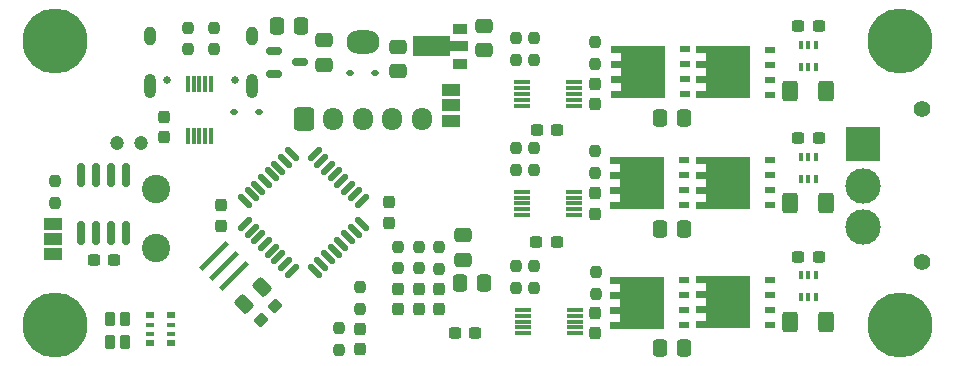
<source format=gbr>
%TF.GenerationSoftware,KiCad,Pcbnew,(7.0.0)*%
%TF.CreationDate,2023-06-11T18:09:50+09:00*%
%TF.ProjectId,rMDU,724d4455-2e6b-4696-9361-645f70636258,rev?*%
%TF.SameCoordinates,Original*%
%TF.FileFunction,Soldermask,Top*%
%TF.FilePolarity,Negative*%
%FSLAX46Y46*%
G04 Gerber Fmt 4.6, Leading zero omitted, Abs format (unit mm)*
G04 Created by KiCad (PCBNEW (7.0.0)) date 2023-06-11 18:09:50*
%MOMM*%
%LPD*%
G01*
G04 APERTURE LIST*
G04 Aperture macros list*
%AMRoundRect*
0 Rectangle with rounded corners*
0 $1 Rounding radius*
0 $2 $3 $4 $5 $6 $7 $8 $9 X,Y pos of 4 corners*
0 Add a 4 corners polygon primitive as box body*
4,1,4,$2,$3,$4,$5,$6,$7,$8,$9,$2,$3,0*
0 Add four circle primitives for the rounded corners*
1,1,$1+$1,$2,$3*
1,1,$1+$1,$4,$5*
1,1,$1+$1,$6,$7*
1,1,$1+$1,$8,$9*
0 Add four rect primitives between the rounded corners*
20,1,$1+$1,$2,$3,$4,$5,0*
20,1,$1+$1,$4,$5,$6,$7,0*
20,1,$1+$1,$6,$7,$8,$9,0*
20,1,$1+$1,$8,$9,$2,$3,0*%
%AMRotRect*
0 Rectangle, with rotation*
0 The origin of the aperture is its center*
0 $1 length*
0 $2 width*
0 $3 Rotation angle, in degrees counterclockwise*
0 Add horizontal line*
21,1,$1,$2,0,0,$3*%
%AMFreePoly0*
4,1,17,2.675000,1.605000,1.875000,1.605000,1.875000,0.935000,2.675000,0.935000,2.675000,0.335000,1.875000,0.335000,1.875000,-0.335000,2.675000,-0.335000,2.675000,-0.935000,1.875000,-0.935000,1.875000,-1.605000,2.675000,-1.605000,2.675000,-2.205000,-1.875000,-2.205000,-1.875000,2.205000,2.675000,2.205000,2.675000,1.605000,2.675000,1.605000,$1*%
%AMFreePoly1*
4,1,9,3.862500,-0.866500,0.737500,-0.866500,0.737500,-0.450000,-0.737500,-0.450000,-0.737500,0.450000,0.737500,0.450000,0.737500,0.866500,3.862500,0.866500,3.862500,-0.866500,3.862500,-0.866500,$1*%
G04 Aperture macros list end*
%ADD10RoundRect,0.237500X-0.237500X0.250000X-0.237500X-0.250000X0.237500X-0.250000X0.237500X0.250000X0*%
%ADD11RoundRect,0.237500X-0.237500X0.300000X-0.237500X-0.300000X0.237500X-0.300000X0.237500X0.300000X0*%
%ADD12RoundRect,0.250000X0.337500X0.475000X-0.337500X0.475000X-0.337500X-0.475000X0.337500X-0.475000X0*%
%ADD13RoundRect,0.237500X0.300000X0.237500X-0.300000X0.237500X-0.300000X-0.237500X0.300000X-0.237500X0*%
%ADD14R,0.400000X0.650000*%
%ADD15RoundRect,0.125000X-0.353553X-0.530330X0.530330X0.353553X0.353553X0.530330X-0.530330X-0.353553X0*%
%ADD16RoundRect,0.125000X0.353553X-0.530330X0.530330X-0.353553X-0.353553X0.530330X-0.530330X0.353553X0*%
%ADD17FreePoly0,180.000000*%
%ADD18R,0.850000X0.500000*%
%ADD19RoundRect,0.150000X0.150000X-0.825000X0.150000X0.825000X-0.150000X0.825000X-0.150000X-0.825000X0*%
%ADD20RoundRect,0.237500X-0.300000X-0.237500X0.300000X-0.237500X0.300000X0.237500X-0.300000X0.237500X0*%
%ADD21RoundRect,0.237500X0.237500X-0.300000X0.237500X0.300000X-0.237500X0.300000X-0.237500X-0.300000X0*%
%ADD22RoundRect,0.237500X0.237500X-0.250000X0.237500X0.250000X-0.237500X0.250000X-0.237500X-0.250000X0*%
%ADD23RoundRect,0.250000X0.475000X-0.337500X0.475000X0.337500X-0.475000X0.337500X-0.475000X-0.337500X0*%
%ADD24R,1.500000X1.000000*%
%ADD25RoundRect,0.250000X-0.337500X-0.475000X0.337500X-0.475000X0.337500X0.475000X-0.337500X0.475000X0*%
%ADD26R,1.300000X0.900000*%
%ADD27FreePoly1,180.000000*%
%ADD28R,0.300000X1.400000*%
%ADD29C,5.500000*%
%ADD30RoundRect,0.112500X-0.187500X-0.112500X0.187500X-0.112500X0.187500X0.112500X-0.187500X0.112500X0*%
%ADD31R,0.800000X0.500000*%
%ADD32R,0.800000X0.400000*%
%ADD33RotRect,0.400000X3.200000X315.000000*%
%ADD34RoundRect,0.250000X-0.475000X0.337500X-0.475000X-0.337500X0.475000X-0.337500X0.475000X0.337500X0*%
%ADD35R,1.400000X0.300000*%
%ADD36RoundRect,0.150000X-0.512500X-0.150000X0.512500X-0.150000X0.512500X0.150000X-0.512500X0.150000X0*%
%ADD37RoundRect,0.250000X-0.097227X0.574524X-0.574524X0.097227X0.097227X-0.574524X0.574524X-0.097227X0*%
%ADD38RoundRect,0.225000X0.225000X-0.375000X0.225000X0.375000X-0.225000X0.375000X-0.225000X-0.375000X0*%
%ADD39RoundRect,0.237500X-0.035355X-0.371231X0.371231X0.035355X0.035355X0.371231X-0.371231X-0.035355X0*%
%ADD40RoundRect,0.250000X-0.400000X-0.625000X0.400000X-0.625000X0.400000X0.625000X-0.400000X0.625000X0*%
%ADD41RoundRect,0.112500X0.187500X0.112500X-0.187500X0.112500X-0.187500X-0.112500X0.187500X-0.112500X0*%
%ADD42O,2.800000X2.000000*%
%ADD43RoundRect,0.250000X-0.600000X-0.725000X0.600000X-0.725000X0.600000X0.725000X-0.600000X0.725000X0*%
%ADD44O,1.700000X1.950000*%
%ADD45C,1.400000*%
%ADD46R,3.000000X3.000000*%
%ADD47C,3.000000*%
%ADD48C,0.650000*%
%ADD49O,1.000000X1.600000*%
%ADD50O,1.000000X2.100000*%
%ADD51C,2.400000*%
%ADD52C,1.200000*%
G04 APERTURE END LIST*
D10*
%TO.C,R18*%
X2974874Y15143624D03*
X2974874Y13318624D03*
%TD*%
D11*
%TO.C,C16*%
X31224874Y13337374D03*
X31224874Y11612374D03*
%TD*%
%TO.C,C14*%
X32000000Y6025000D03*
X32000000Y4300000D03*
%TD*%
D12*
%TO.C,C6*%
X23799874Y28299874D03*
X21724874Y28299874D03*
%TD*%
D13*
%TO.C,C28*%
X7952374Y8500000D03*
X6227374Y8500000D03*
%TD*%
D14*
%TO.C,U10*%
X67399999Y7199999D03*
X66749999Y7199999D03*
X66099999Y7199999D03*
X66099999Y5299999D03*
X66749999Y5299999D03*
X67399999Y5299999D03*
%TD*%
%TO.C,U8*%
X67399999Y17199999D03*
X66749999Y17199999D03*
X66099999Y17199999D03*
X66099999Y15299999D03*
X66749999Y15299999D03*
X67399999Y15299999D03*
%TD*%
D15*
%TO.C,U6*%
X19042804Y11502602D03*
X19608490Y10936917D03*
X20174175Y10371231D03*
X20739860Y9805546D03*
X21305546Y9239860D03*
X21871231Y8674175D03*
X22436917Y8108490D03*
X23002602Y7542804D03*
D16*
X24947146Y7542804D03*
X25512831Y8108490D03*
X26078517Y8674175D03*
X26644202Y9239860D03*
X27209888Y9805546D03*
X27775573Y10371231D03*
X28341258Y10936917D03*
X28906944Y11502602D03*
D15*
X28906944Y13447146D03*
X28341258Y14012831D03*
X27775573Y14578517D03*
X27209888Y15144202D03*
X26644202Y15709888D03*
X26078517Y16275573D03*
X25512831Y16841258D03*
X24947146Y17406944D03*
D16*
X23002602Y17406944D03*
X22436917Y16841258D03*
X21871231Y16275573D03*
X21305546Y15709888D03*
X20739860Y15144202D03*
X20174175Y14578517D03*
X19608490Y14012831D03*
X19042804Y13447146D03*
%TD*%
D17*
%TO.C,Q4*%
X59905000Y15000000D03*
D18*
X63454999Y13094999D03*
X63454999Y14364999D03*
X63454999Y15634999D03*
X63454999Y16904999D03*
%TD*%
D19*
%TO.C,U11*%
X5184874Y10731124D03*
X6454874Y10731124D03*
X7724874Y10731124D03*
X8994874Y10731124D03*
X8994874Y15681124D03*
X7724874Y15681124D03*
X6454874Y15681124D03*
X5184874Y15681124D03*
%TD*%
D20*
%TO.C,C21*%
X65887500Y18750000D03*
X67612500Y18750000D03*
%TD*%
D21*
%TO.C,C17*%
X16974874Y11362374D03*
X16974874Y13087374D03*
%TD*%
D22*
%TO.C,R19*%
X14184874Y26312374D03*
X14184874Y28137374D03*
%TD*%
D20*
%TO.C,C26*%
X65887500Y28250000D03*
X67612500Y28250000D03*
%TD*%
D17*
%TO.C,Q1*%
X52705000Y24400000D03*
D18*
X56254999Y22494999D03*
X56254999Y23764999D03*
X56254999Y25034999D03*
X56254999Y26304999D03*
%TD*%
D12*
%TO.C,C3*%
X39287500Y6500000D03*
X37212500Y6500000D03*
%TD*%
D10*
%TO.C,R17*%
X35500000Y9550000D03*
X35500000Y7725000D03*
%TD*%
D22*
%TO.C,R5*%
X42000000Y25425000D03*
X42000000Y27250000D03*
%TD*%
D23*
%TO.C,C4*%
X32000000Y24462500D03*
X32000000Y26537500D03*
%TD*%
D20*
%TO.C,C18*%
X43737500Y19500000D03*
X45462500Y19500000D03*
%TD*%
D22*
%TO.C,R4*%
X48700000Y25087500D03*
X48700000Y26912500D03*
%TD*%
D24*
%TO.C,JP1*%
X36499999Y22849873D03*
X36499999Y21549873D03*
X36499999Y20249873D03*
%TD*%
D25*
%TO.C,C12*%
X54162500Y20500000D03*
X56237500Y20500000D03*
%TD*%
D26*
%TO.C,U2*%
X37249999Y25049873D03*
D27*
X37162500Y26549874D03*
D26*
X37249999Y28049873D03*
%TD*%
D11*
%TO.C,C11*%
X48700000Y23362500D03*
X48700000Y21637500D03*
%TD*%
D28*
%TO.C,U12*%
X16184873Y23374873D03*
X15684873Y23374873D03*
X15184873Y23374873D03*
X14684873Y23374873D03*
X14184873Y23374873D03*
X14184873Y18974873D03*
X14684873Y18974873D03*
X15184873Y18974873D03*
X15684873Y18974873D03*
X16184873Y18974873D03*
%TD*%
D17*
%TO.C,Q3*%
X52655000Y15000000D03*
D18*
X56204999Y13094999D03*
X56204999Y14364999D03*
X56204999Y15634999D03*
X56204999Y16904999D03*
%TD*%
D20*
%TO.C,C23*%
X43700000Y10000000D03*
X45425000Y10000000D03*
%TD*%
D29*
%TO.C,H2*%
X2974874Y26974874D03*
%TD*%
D22*
%TO.C,R13*%
X43500000Y6087500D03*
X43500000Y7912500D03*
%TD*%
D24*
%TO.C,JP2*%
X2749999Y11549999D03*
X2749999Y10249999D03*
X2749999Y8949999D03*
%TD*%
D30*
%TO.C,D2*%
X27962374Y24299874D03*
X30062374Y24299874D03*
%TD*%
D22*
%TO.C,R3*%
X43500000Y25425000D03*
X43500000Y27250000D03*
%TD*%
D29*
%TO.C,H1*%
X74500000Y2974874D03*
%TD*%
D14*
%TO.C,U5*%
X67399999Y26699999D03*
X66749999Y26699999D03*
X66099999Y26699999D03*
X66099999Y24799999D03*
X66749999Y24799999D03*
X67399999Y24799999D03*
%TD*%
D31*
%TO.C,RN1*%
X12799999Y1399999D03*
D32*
X12799999Y2199999D03*
X12799999Y2999999D03*
D31*
X12799999Y3799999D03*
X10999999Y3799999D03*
D32*
X10999999Y2999999D03*
X10999999Y2199999D03*
D31*
X10999999Y1399999D03*
%TD*%
D33*
%TO.C,Y1*%
X16376345Y8823401D03*
X17224873Y7974873D03*
X18073401Y7126345D03*
%TD*%
D11*
%TO.C,C22*%
X33750000Y6025000D03*
X33750000Y4300000D03*
%TD*%
D34*
%TO.C,C1*%
X37500000Y10537500D03*
X37500000Y8462500D03*
%TD*%
D35*
%TO.C,U7*%
X46899999Y12249999D03*
X46899999Y12749999D03*
X46899999Y13249999D03*
X46899999Y13749999D03*
X46899999Y14249999D03*
X42499999Y14249999D03*
X42499999Y13749999D03*
X42499999Y13249999D03*
X42499999Y12749999D03*
X42499999Y12249999D03*
%TD*%
D34*
%TO.C,C2*%
X39250000Y28287500D03*
X39250000Y26212500D03*
%TD*%
D22*
%TO.C,R9*%
X48700000Y15837500D03*
X48700000Y17662500D03*
%TD*%
D20*
%TO.C,C13*%
X65887500Y8750000D03*
X67612500Y8750000D03*
%TD*%
D11*
%TO.C,C29*%
X12184874Y20587374D03*
X12184874Y18862374D03*
%TD*%
D10*
%TO.C,R1*%
X28750000Y6162500D03*
X28750000Y4337500D03*
%TD*%
D11*
%TO.C,C19*%
X48700000Y14112500D03*
X48700000Y12387500D03*
%TD*%
%TO.C,C7*%
X28750000Y2612500D03*
X28750000Y887500D03*
%TD*%
%TO.C,C27*%
X35500000Y6000000D03*
X35500000Y4275000D03*
%TD*%
D17*
%TO.C,Q5*%
X52655000Y4850000D03*
D18*
X56204999Y2944999D03*
X56204999Y4214999D03*
X56204999Y5484999D03*
X56204999Y6754999D03*
%TD*%
D22*
%TO.C,R20*%
X16434874Y26312374D03*
X16434874Y28137374D03*
%TD*%
%TO.C,R10*%
X42000000Y16087500D03*
X42000000Y17912500D03*
%TD*%
D36*
%TO.C,U13*%
X21462500Y26150000D03*
X21462500Y24250000D03*
X23737500Y25200000D03*
%TD*%
D25*
%TO.C,C20*%
X54162500Y11100000D03*
X56237500Y11100000D03*
%TD*%
D20*
%TO.C,C10*%
X36800000Y2300000D03*
X38525000Y2300000D03*
%TD*%
D22*
%TO.C,R15*%
X42000000Y6087500D03*
X42000000Y7912500D03*
%TD*%
%TO.C,R8*%
X43500000Y16087500D03*
X43500000Y17912500D03*
%TD*%
D25*
%TO.C,C25*%
X54162500Y1000000D03*
X56237500Y1000000D03*
%TD*%
D10*
%TO.C,R2*%
X27000000Y2662500D03*
X27000000Y837500D03*
%TD*%
D29*
%TO.C,H4*%
X74500000Y26974874D03*
%TD*%
D37*
%TO.C,C15*%
X20458497Y6208497D03*
X18991251Y4741251D03*
%TD*%
D23*
%TO.C,C5*%
X25762374Y25012374D03*
X25762374Y27087374D03*
%TD*%
D38*
%TO.C,D1*%
X7650000Y1500000D03*
X7650000Y3500000D03*
X8900000Y3500000D03*
X8900000Y1500000D03*
%TD*%
D10*
%TO.C,R7*%
X32000000Y9575000D03*
X32000000Y7750000D03*
%TD*%
D17*
%TO.C,Q2*%
X59955000Y24350000D03*
D18*
X63504999Y22444999D03*
X63504999Y23714999D03*
X63504999Y24984999D03*
X63504999Y26254999D03*
%TD*%
D39*
%TO.C,FB1*%
X20356156Y3356156D03*
X21593592Y4593592D03*
%TD*%
D10*
%TO.C,R12*%
X33750000Y9575000D03*
X33750000Y7750000D03*
%TD*%
D40*
%TO.C,R6*%
X65150000Y22750000D03*
X68250000Y22750000D03*
%TD*%
D11*
%TO.C,C24*%
X48700000Y3975000D03*
X48700000Y2250000D03*
%TD*%
D17*
%TO.C,Q6*%
X59955000Y4900000D03*
D18*
X63504999Y2994999D03*
X63504999Y4264999D03*
X63504999Y5534999D03*
X63504999Y6804999D03*
%TD*%
D35*
%TO.C,U4*%
X46899999Y21499999D03*
X46899999Y21999999D03*
X46899999Y22499999D03*
X46899999Y22999999D03*
X46899999Y23499999D03*
X42499999Y23499999D03*
X42499999Y22999999D03*
X42499999Y22499999D03*
X42499999Y21999999D03*
X42499999Y21499999D03*
%TD*%
D22*
%TO.C,R14*%
X48750000Y5587500D03*
X48750000Y7412500D03*
%TD*%
D40*
%TO.C,R11*%
X65150000Y13250000D03*
X68250000Y13250000D03*
%TD*%
D35*
%TO.C,U9*%
X46949999Y2249999D03*
X46949999Y2749999D03*
X46949999Y3249999D03*
X46949999Y3749999D03*
X46949999Y4249999D03*
X42549999Y4249999D03*
X42549999Y3749999D03*
X42549999Y3249999D03*
X42549999Y2749999D03*
X42549999Y2249999D03*
%TD*%
D41*
%TO.C,D3*%
X20234874Y20974874D03*
X18134874Y20974874D03*
%TD*%
D40*
%TO.C,R16*%
X65150000Y3250000D03*
X68250000Y3250000D03*
%TD*%
D29*
%TO.C,H3*%
X2974874Y2974874D03*
%TD*%
D42*
%TO.C,ENC1*%
X29012373Y26899873D03*
D43*
X24012374Y20399874D03*
D44*
X26512373Y20399873D03*
X29012373Y20399873D03*
X31512373Y20399873D03*
X34012373Y20399873D03*
%TD*%
D45*
%TO.C,OUT1*%
X76375000Y8250000D03*
X76375000Y21250000D03*
D46*
X71374999Y18249999D03*
D47*
X71375000Y14750000D03*
X71375000Y11250000D03*
%TD*%
D48*
%TO.C,J2*%
X12404874Y23724874D03*
X18184874Y23724874D03*
D49*
X10974873Y27404873D03*
D50*
X10974873Y23224873D03*
D49*
X19614873Y27404873D03*
D50*
X19614873Y23224873D03*
%TD*%
D51*
%TO.C,IN1*%
X11474874Y9481124D03*
X11474874Y14481124D03*
D52*
X8224874Y18331124D03*
X10224874Y18331124D03*
%TD*%
M02*

</source>
